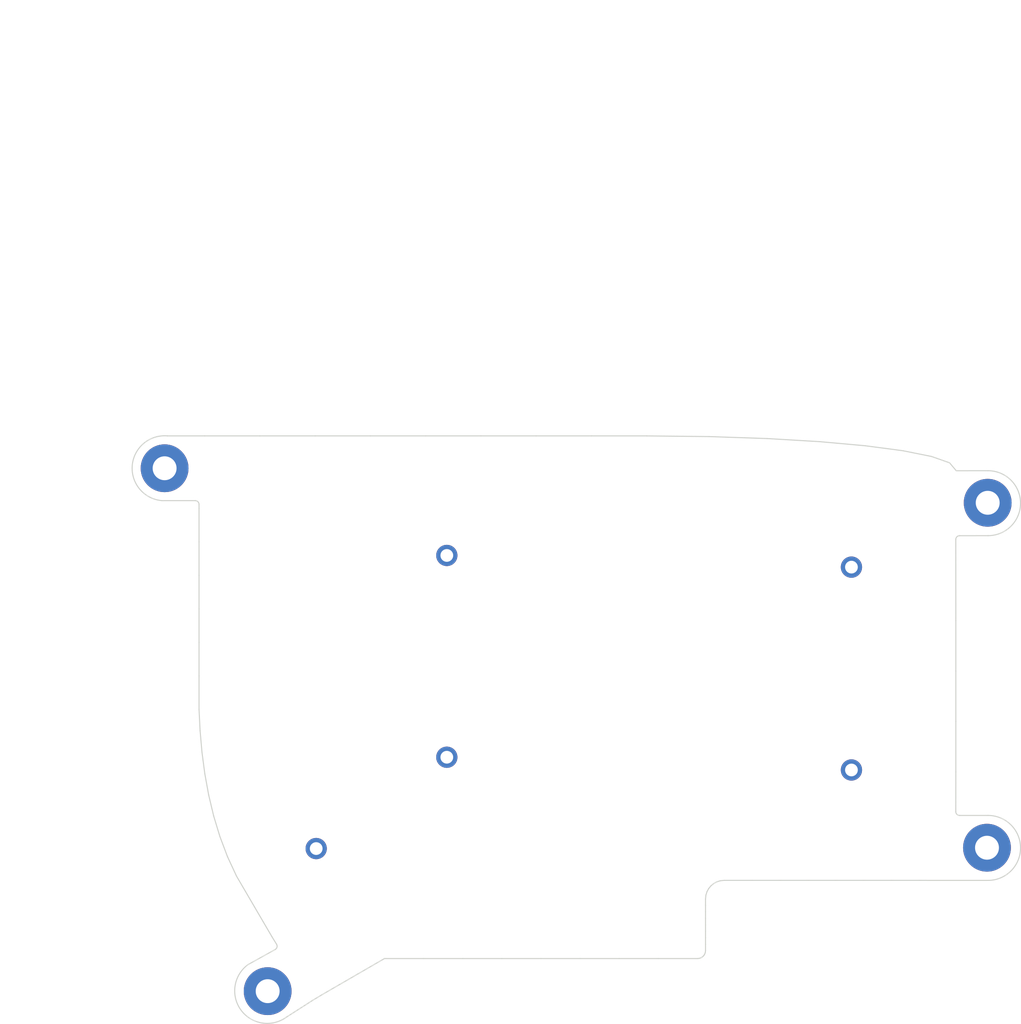
<source format=kicad_pcb>
(kicad_pcb (version 20171130) (host pcbnew "(5.1.9-0-10_14)")

  (general
    (thickness 1.6)
    (drawings 109)
    (tracks 0)
    (zones 0)
    (modules 9)
    (nets 2)
  )

  (page A4)
  (layers
    (0 F.Cu signal hide)
    (31 B.Cu signal hide)
    (32 B.Adhes user)
    (33 F.Adhes user)
    (34 B.Paste user)
    (35 F.Paste user)
    (36 B.SilkS user)
    (37 F.SilkS user)
    (38 B.Mask user)
    (39 F.Mask user)
    (40 Dwgs.User user hide)
    (41 Cmts.User user)
    (42 Eco1.User user)
    (43 Eco2.User user)
    (44 Edge.Cuts user)
    (45 Margin user)
    (46 B.CrtYd user)
    (47 F.CrtYd user)
    (48 B.Fab user)
    (49 F.Fab user hide)
  )

  (setup
    (last_trace_width 0.25)
    (user_trace_width 0.25)
    (user_trace_width 0.5)
    (trace_clearance 0.2)
    (zone_clearance 0.508)
    (zone_45_only no)
    (trace_min 0.2)
    (via_size 0.4)
    (via_drill 0.3)
    (via_min_size 0.4)
    (via_min_drill 0.3)
    (uvia_size 0.3)
    (uvia_drill 0.1)
    (uvias_allowed no)
    (uvia_min_size 0.2)
    (uvia_min_drill 0.1)
    (edge_width 0.15)
    (segment_width 0.2)
    (pcb_text_width 0.3)
    (pcb_text_size 1.5 1.5)
    (mod_edge_width 0.15)
    (mod_text_size 1 1)
    (mod_text_width 0.15)
    (pad_size 4.9 4.9)
    (pad_drill 4.7)
    (pad_to_mask_clearance 0)
    (aux_axis_origin 0 0)
    (visible_elements FFFDFFFF)
    (pcbplotparams
      (layerselection 0x010f0_ffffffff)
      (usegerberextensions true)
      (usegerberattributes false)
      (usegerberadvancedattributes false)
      (creategerberjobfile false)
      (excludeedgelayer false)
      (linewidth 0.100000)
      (plotframeref false)
      (viasonmask true)
      (mode 1)
      (useauxorigin false)
      (hpglpennumber 1)
      (hpglpenspeed 20)
      (hpglpendiameter 15.000000)
      (psnegative false)
      (psa4output false)
      (plotreference true)
      (plotvalue true)
      (plotinvisibletext false)
      (padsonsilk true)
      (subtractmaskfromsilk false)
      (outputformat 1)
      (mirror false)
      (drillshape 0)
      (scaleselection 1)
      (outputdirectory "gerber/"))
  )

  (net 0 "")
  (net 1 GND)

  (net_class Default "これは標準のネット クラスです。"
    (clearance 0.2)
    (trace_width 0.25)
    (via_dia 0.4)
    (via_drill 0.3)
    (uvia_dia 0.3)
    (uvia_drill 0.1)
  )

  (net_class GND ""
    (clearance 0.2)
    (trace_width 0.5)
    (via_dia 0.4)
    (via_drill 0.3)
    (uvia_dia 0.3)
    (uvia_drill 0.1)
  )

  (net_class VCC ""
    (clearance 0.2)
    (trace_width 0.5)
    (via_dia 0.4)
    (via_drill 0.3)
    (uvia_dia 0.3)
    (uvia_drill 0.1)
  )

  (module MountingHole:MountingHole_4.5mm_Pad_TopBottom (layer F.Cu) (tedit 56D1B4CB) (tstamp 60848C10)
    (at 231.3257 114.6421 90)
    (descr "Mounting Hole 4.5mm")
    (tags "mounting hole 4.5mm")
    (attr virtual)
    (fp_text reference T4 (at 0 -5.5 90) (layer F.SilkS) hide
      (effects (font (size 1 1) (thickness 0.15)))
    )
    (fp_text value MountingHole_4.5mm_Pad_TopBottom (at 0 5.5 90) (layer F.Fab)
      (effects (font (size 1 1) (thickness 0.15)))
    )
    (fp_circle (center 0 0) (end 4.75 0) (layer F.CrtYd) (width 0.05))
    (fp_circle (center 0 0) (end 4.5 0) (layer Cmts.User) (width 0.15))
    (fp_text user %R (at 0.3 0 90) (layer F.Fab)
      (effects (font (size 1 1) (thickness 0.15)))
    )
    (pad 1 connect circle (at 0 0 90) (size 9 9) (layers B.Cu B.Mask))
    (pad 1 connect circle (at 0 0 90) (size 9 9) (layers F.Cu F.Mask))
    (pad 1 thru_hole circle (at 0 0 90) (size 4.9 4.9) (drill 4.5) (layers *.Cu *.Mask))
  )

  (module MountingHole:MountingHole_4.5mm_Pad_TopBottom (layer F.Cu) (tedit 56D1B4CB) (tstamp 60848999)
    (at 231.4603 49.6824 90)
    (descr "Mounting Hole 4.5mm")
    (tags "mounting hole 4.5mm")
    (attr virtual)
    (fp_text reference T3 (at 0 -5.5 90) (layer F.SilkS) hide
      (effects (font (size 1 1) (thickness 0.15)))
    )
    (fp_text value MountingHole_4.5mm_Pad_TopBottom (at 0 5.5 90) (layer F.Fab)
      (effects (font (size 1 1) (thickness 0.15)))
    )
    (fp_circle (center 0 0) (end 4.75 0) (layer F.CrtYd) (width 0.05))
    (fp_circle (center 0 0) (end 4.5 0) (layer Cmts.User) (width 0.15))
    (fp_text user %R (at 0.3 0 90) (layer F.Fab)
      (effects (font (size 1 1) (thickness 0.15)))
    )
    (pad 1 connect circle (at 0 0 90) (size 9 9) (layers B.Cu B.Mask))
    (pad 1 connect circle (at 0 0 90) (size 9 9) (layers F.Cu F.Mask))
    (pad 1 thru_hole circle (at 0 0 90) (size 4.9 4.9) (drill 4.5) (layers *.Cu *.Mask))
  )

  (module MountingHole:MountingHole_4.5mm_Pad_TopBottom (layer F.Cu) (tedit 56D1B4CB) (tstamp 608480C0)
    (at 95.8596 141.6558 303)
    (descr "Mounting Hole 4.5mm")
    (tags "mounting hole 4.5mm")
    (attr virtual)
    (fp_text reference T2 (at 0 -5.5 123) (layer F.SilkS) hide
      (effects (font (size 1 1) (thickness 0.15)))
    )
    (fp_text value MountingHole_4.5mm_Pad_TopBottom (at 0 5.5 123) (layer F.Fab)
      (effects (font (size 1 1) (thickness 0.15)))
    )
    (fp_circle (center 0 0) (end 4.75 0) (layer F.CrtYd) (width 0.05))
    (fp_circle (center 0 0) (end 4.5 0) (layer Cmts.User) (width 0.15))
    (fp_text user %R (at 0.3 0 123) (layer F.Fab)
      (effects (font (size 1 1) (thickness 0.15)))
    )
    (pad 1 connect circle (at 0 0 303) (size 9 9) (layers B.Cu B.Mask))
    (pad 1 connect circle (at 0 0 303) (size 9 9) (layers F.Cu F.Mask))
    (pad 1 thru_hole circle (at 0 0 303) (size 4.9 4.9) (drill 4.5) (layers *.Cu *.Mask))
  )

  (module MountingHole:MountingHole_4.5mm_Pad_TopBottom (layer F.Cu) (tedit 56D1B4CB) (tstamp 6083D81F)
    (at 76.454 43.18 270)
    (descr "Mounting Hole 4.5mm")
    (tags "mounting hole 4.5mm")
    (attr virtual)
    (fp_text reference T1 (at 0 -5.5 90) (layer F.SilkS) hide
      (effects (font (size 1 1) (thickness 0.15)))
    )
    (fp_text value MountingHole_4.5mm_Pad_TopBottom (at 0 5.5 90) (layer F.Fab)
      (effects (font (size 1 1) (thickness 0.15)))
    )
    (fp_circle (center 0 0) (end 4.75 0) (layer F.CrtYd) (width 0.05))
    (fp_circle (center 0 0) (end 4.5 0) (layer Cmts.User) (width 0.15))
    (fp_text user %R (at 0.3 0 90) (layer F.Fab) hide
      (effects (font (size 1 1) (thickness 0.15)))
    )
    (pad 1 connect circle (at 0 0 270) (size 9 9) (layers B.Cu B.Mask))
    (pad 1 connect circle (at 0 0 270) (size 9 9) (layers F.Cu F.Mask))
    (pad 1 thru_hole circle (at 0 0 270) (size 4.9 4.9) (drill 4.5) (layers *.Cu *.Mask))
  )

  (module Lily58-footprint:M2_HOLE_PCB (layer F.Cu) (tedit 5BA4F97A) (tstamp 5B8BE94E)
    (at 129.6 59.6)
    (path /5B74DA95)
    (fp_text reference TH3 (at 0 2.7) (layer F.SilkS) hide
      (effects (font (size 1 1) (thickness 0.15)))
    )
    (fp_text value HOLE (at 0 -2.6) (layer F.Fab)
      (effects (font (size 1 1) (thickness 0.15)))
    )
    (pad "" thru_hole circle (at 0 0) (size 4 4) (drill 2.4) (layers *.Cu *.Mask))
  )

  (module Lily58-footprint:M2_HOLE_PCB (layer F.Cu) (tedit 5BA4F97A) (tstamp 5B8BE953)
    (at 205.8 61.8)
    (path /5B74D1C0)
    (fp_text reference TH4 (at 0 2.7) (layer F.SilkS) hide
      (effects (font (size 1 1) (thickness 0.15)))
    )
    (fp_text value HOLE (at 0 -2.6) (layer F.Fab)
      (effects (font (size 1 1) (thickness 0.15)))
    )
    (pad "" thru_hole circle (at 0 0) (size 4 4) (drill 2.4) (layers *.Cu *.Mask))
  )

  (module Lily58-footprint:M2_HOLE_PCB (layer F.Cu) (tedit 5BA4F97A) (tstamp 5B8BE958)
    (at 129.6 97.6)
    (path /5B74D78B)
    (fp_text reference TH5 (at 0 2.7) (layer F.SilkS) hide
      (effects (font (size 1 1) (thickness 0.15)))
    )
    (fp_text value HOLE (at 0 -2.6) (layer F.Fab)
      (effects (font (size 1 1) (thickness 0.15)))
    )
    (pad "" thru_hole circle (at 0 0) (size 4 4) (drill 2.4) (layers *.Cu *.Mask))
  )

  (module Lily58-footprint:M2_HOLE_PCB (layer F.Cu) (tedit 5BA4F97A) (tstamp 5B8BE95D)
    (at 205.8 100)
    (path /5B74D88C)
    (fp_text reference TH6 (at 0 2.7) (layer F.SilkS) hide
      (effects (font (size 1 1) (thickness 0.15)))
    )
    (fp_text value HOLE (at 0 -2.6) (layer F.Fab)
      (effects (font (size 1 1) (thickness 0.15)))
    )
    (pad "" thru_hole circle (at 0 0) (size 4 4) (drill 2.4) (layers *.Cu *.Mask))
  )

  (module Lily58-footprint:M2_HOLE_PCB (layer F.Cu) (tedit 5BA4F97A) (tstamp 5B8BE962)
    (at 105 114.8 90)
    (path /5B74D98F)
    (fp_text reference TH7 (at 0 2.7 90) (layer F.SilkS) hide
      (effects (font (size 1 1) (thickness 0.15)))
    )
    (fp_text value HOLE (at 0 -2.6 90) (layer F.Fab)
      (effects (font (size 1 1) (thickness 0.15)))
    )
    (pad "" thru_hole circle (at 0 0 90) (size 4 4) (drill 2.4) (layers *.Cu *.Mask))
  )

  (gr_arc (start 226.1616 107.852177) (end 225.45166 107.8484) (angle -90) (layer Edge.Cuts) (width 0.2) (tstamp 608612BE))
  (gr_arc (start 226.1616 56.5912) (end 226.165377 55.88126) (angle -90) (layer Edge.Cuts) (width 0.2) (tstamp 608612BE))
  (gr_arc (start 96.930302 133.190486) (end 97.282 133.8072) (angle -90) (layer Edge.Cuts) (width 0.2) (tstamp 608612BE))
  (gr_arc (start 82.22614 49.988503) (end 82.93608 49.99228) (angle -90) (layer Edge.Cuts) (width 0.2))
  (gr_arc (start 48.641 49.022) (end 39.497001 40.195501) (angle -126.0994629) (layer Dwgs.User) (width 0.15))
  (gr_arc (start 86.2965 47.244) (end 84.963001 46.672501) (angle -126.1932073) (layer Dwgs.User) (width 0.15))
  (gr_arc (start 83.5025 48.387) (end 83.629499 49.402999) (angle -42.27368901) (layer Dwgs.User) (width 0.15))
  (gr_arc (start 231.5266 114.6786) (end 231.514404 108.56279) (angle 180) (layer Edge.Cuts) (width 0.2) (tstamp 60848A24))
  (gr_arc (start 231.5266 49.7586) (end 231.514404 43.64279) (angle 180) (layer Edge.Cuts) (width 0.2) (tstamp 608488B5))
  (gr_line (start 97.547016 132.838788) (end 96.6851 131.4323) (layer Edge.Cuts) (width 0.2))
  (gr_line (start 92.1639 136.652) (end 97.282 133.8072) (layer Edge.Cuts) (width 0.2))
  (gr_line (start 99.3775 146.558) (end 104.3686 143.3576) (layer Edge.Cuts) (width 0.2))
  (gr_arc (start 95.7707 141.605) (end 99.3775 146.558) (angle 180) (layer Edge.Cuts) (width 0.2) (tstamp 6084802F))
  (gr_line (start 82.93608 49.99228) (end 82.937528 50.750629) (layer Edge.Cuts) (width 0.2) (tstamp 60847F91))
  (gr_line (start 75.946 49.276) (end 82.229917 49.278563) (layer Edge.Cuts) (width 0.2))
  (gr_line (start 83.98821 37.086762) (end 76.962 37.084) (layer Edge.Cuts) (width 0.2))
  (gr_arc (start 76.454 43.18) (end 75.946 49.276) (angle 180) (layer Edge.Cuts) (width 0.2))
  (gr_line (start 82.937528 57.057562) (end 82.937528 50.750629) (layer Edge.Cuts) (width 0.2))
  (gr_line (start 82.937528 69.671429) (end 82.937528 63.364495) (layer Edge.Cuts) (width 0.2))
  (gr_line (start 82.937528 63.364495) (end 82.937528 57.057562) (layer Edge.Cuts) (width 0.2))
  (gr_line (start 82.937528 75.978362) (end 82.937528 69.671429) (layer Edge.Cuts) (width 0.2))
  (gr_line (start 82.937528 82.285296) (end 82.937528 75.978362) (layer Edge.Cuts) (width 0.2))
  (gr_line (start 82.937528 88.592229) (end 82.937528 82.285296) (layer Edge.Cuts) (width 0.2))
  (gr_line (start 104.803877 37.086762) (end 94.396044 37.086762) (layer Edge.Cuts) (width 0.2))
  (gr_line (start 94.396044 37.086762) (end 83.98821 37.086762) (layer Edge.Cuts) (width 0.2))
  (gr_line (start 231.538796 55.87441) (end 226.165377 55.88126) (layer Edge.Cuts) (width 0.2))
  (gr_line (start 225.5393 43.6499) (end 231.514404 43.64279) (layer Edge.Cuts) (width 0.2))
  (gr_line (start 224.278471 42.15619) (end 220.889319 40.963847) (layer Edge.Cuts) (width 0.2))
  (gr_line (start 225.5393 43.6499) (end 224.278471 42.15619) (layer Edge.Cuts) (width 0.2))
  (gr_line (start 225.45166 56.587423) (end 225.46 71.881623) (layer Edge.Cuts) (width 0.2))
  (gr_line (start 227.33 38.1) (end 214.63 26.67) (layer Dwgs.User) (width 0.15))
  (gr_line (start 116.186619 136.480784) (end 117.862313 135.510645) (layer Edge.Cuts) (width 0.2))
  (gr_line (start 114.510925 137.450923) (end 116.186619 136.480784) (layer Edge.Cuts) (width 0.2))
  (gr_line (start 115.211711 37.086762) (end 104.803877 37.086762) (layer Edge.Cuts) (width 0.2))
  (gr_line (start 218.692418 120.789735) (end 231.538796 120.79441) (layer Edge.Cuts) (width 0.2))
  (gr_line (start 213.424836 120.789735) (end 218.692418 120.789735) (layer Edge.Cuts) (width 0.2))
  (gr_line (start 208.157255 120.789735) (end 213.424836 120.789735) (layer Edge.Cuts) (width 0.2))
  (gr_line (start 202.889673 120.789735) (end 208.157255 120.789735) (layer Edge.Cuts) (width 0.2))
  (gr_line (start 197.622092 120.789735) (end 202.889673 120.789735) (layer Edge.Cuts) (width 0.2))
  (gr_line (start 192.354511 120.789735) (end 197.622092 120.789735) (layer Edge.Cuts) (width 0.2))
  (gr_line (start 187.086929 120.789735) (end 192.354511 120.789735) (layer Edge.Cuts) (width 0.2))
  (gr_line (start 181.819348 120.789735) (end 187.086929 120.789735) (layer Edge.Cuts) (width 0.2))
  (gr_line (start 181.113524 120.860778) (end 181.819348 120.789735) (layer Edge.Cuts) (width 0.2))
  (gr_line (start 180.456326 121.064561) (end 181.113524 120.860778) (layer Edge.Cuts) (width 0.2))
  (gr_line (start 179.861773 121.387065) (end 180.456326 121.064561) (layer Edge.Cuts) (width 0.2))
  (gr_line (start 179.343884 121.814271) (end 179.861773 121.387065) (layer Edge.Cuts) (width 0.2))
  (gr_line (start 178.916678 122.33216) (end 179.343884 121.814271) (layer Edge.Cuts) (width 0.2))
  (gr_line (start 178.594174 122.926713) (end 178.916678 122.33216) (layer Edge.Cuts) (width 0.2))
  (gr_line (start 178.390391 123.583911) (end 178.594174 122.926713) (layer Edge.Cuts) (width 0.2))
  (gr_line (start 178.319348 124.289735) (end 178.390391 123.583911) (layer Edge.Cuts) (width 0.2))
  (gr_line (start 199.807654 38.170488) (end 189.919538 37.585374) (layer Edge.Cuts) (width 0.2))
  (gr_line (start 208.420758 38.945561) (end 199.807654 38.170488) (layer Edge.Cuts) (width 0.2))
  (gr_line (start 215.525697 39.885159) (end 208.420758 38.945561) (layer Edge.Cuts) (width 0.2))
  (gr_line (start 220.889319 40.963847) (end 215.525697 39.885159) (layer Edge.Cuts) (width 0.2))
  (gr_line (start 178.989563 37.215654) (end 167.250881 37.086762) (layer Edge.Cuts) (width 0.2))
  (gr_line (start 189.919538 37.585374) (end 178.989563 37.215654) (layer Edge.Cuts) (width 0.2))
  (gr_line (start 177.658308 135.25566) (end 177.4035 135.393876) (layer Edge.Cuts) (width 0.2))
  (gr_line (start 177.880261 135.072571) (end 177.658308 135.25566) (layer Edge.Cuts) (width 0.2))
  (gr_line (start 178.063349 134.850619) (end 177.880261 135.072571) (layer Edge.Cuts) (width 0.2))
  (gr_line (start 178.201565 134.59581) (end 178.063349 134.850619) (layer Edge.Cuts) (width 0.2))
  (gr_line (start 178.288901 134.314154) (end 178.201565 134.59581) (layer Edge.Cuts) (width 0.2))
  (gr_line (start 178.319348 134.011658) (end 178.288901 134.314154) (layer Edge.Cuts) (width 0.2))
  (gr_line (start 125.619545 37.086762) (end 115.211711 37.086762) (layer Edge.Cuts) (width 0.2))
  (gr_line (start 136.027379 37.086762) (end 125.619545 37.086762) (layer Edge.Cuts) (width 0.2))
  (gr_line (start 146.435213 37.086762) (end 136.027379 37.086762) (layer Edge.Cuts) (width 0.2))
  (gr_line (start 156.843047 37.086762) (end 146.435213 37.086762) (layer Edge.Cuts) (width 0.2))
  (gr_line (start 167.250881 37.086762) (end 156.843047 37.086762) (layer Edge.Cuts) (width 0.2))
  (gr_line (start 88.291758 116.318073) (end 89.993333 119.98954) (layer Edge.Cuts) (width 0.2))
  (gr_line (start 86.863105 112.53067) (end 88.291758 116.318073) (layer Edge.Cuts) (width 0.2))
  (gr_line (start 85.688004 108.649127) (end 86.863105 112.53067) (layer Edge.Cuts) (width 0.2))
  (gr_line (start 84.747083 104.695246) (end 85.688004 108.649127) (layer Edge.Cuts) (width 0.2))
  (gr_line (start 84.020972 100.690825) (end 84.747083 104.695246) (layer Edge.Cuts) (width 0.2))
  (gr_line (start 83.490297 96.657663) (end 84.020972 100.690825) (layer Edge.Cuts) (width 0.2))
  (gr_line (start 83.13569 92.617561) (end 83.490297 96.657663) (layer Edge.Cuts) (width 0.2))
  (gr_line (start 82.937777 88.592317) (end 83.13569 92.617561) (layer Edge.Cuts) (width 0.2))
  (gr_line (start 112.83523 138.421062) (end 114.510925 137.450923) (layer Edge.Cuts) (width 0.2))
  (gr_line (start 111.159536 139.391201) (end 112.83523 138.421062) (layer Edge.Cuts) (width 0.2))
  (gr_line (start 109.483841 140.36134) (end 111.159536 139.391201) (layer Edge.Cuts) (width 0.2))
  (gr_line (start 107.808147 141.331479) (end 109.483841 140.36134) (layer Edge.Cuts) (width 0.2))
  (gr_line (start 106.132452 142.301617) (end 107.808147 141.331479) (layer Edge.Cuts) (width 0.2))
  (gr_line (start 104.3686 143.3576) (end 106.132452 142.301617) (layer Edge.Cuts) (width 0.2))
  (gr_line (start 95.019952 128.587381) (end 96.6851 131.4323) (layer Edge.Cuts) (width 0.2))
  (gr_line (start 93.344258 125.721062) (end 95.019952 128.587381) (layer Edge.Cuts) (width 0.2))
  (gr_line (start 91.668563 122.854742) (end 93.344258 125.721062) (layer Edge.Cuts) (width 0.2))
  (gr_line (start 89.992869 119.988423) (end 91.668563 122.854742) (layer Edge.Cuts) (width 0.2))
  (gr_line (start 169.449826 135.511658) (end 176.819348 135.511658) (layer Edge.Cuts) (width 0.2))
  (gr_line (start 162.080304 135.511658) (end 169.449826 135.511658) (layer Edge.Cuts) (width 0.2))
  (gr_line (start 154.710782 135.511658) (end 162.080304 135.511658) (layer Edge.Cuts) (width 0.2))
  (gr_line (start 147.34126 135.511658) (end 154.710782 135.511658) (layer Edge.Cuts) (width 0.2))
  (gr_line (start 139.971738 135.511658) (end 147.34126 135.511658) (layer Edge.Cuts) (width 0.2))
  (gr_line (start 132.602217 135.511658) (end 139.971738 135.511658) (layer Edge.Cuts) (width 0.2))
  (gr_line (start 125.232695 135.511658) (end 132.602217 135.511658) (layer Edge.Cuts) (width 0.2))
  (gr_line (start 117.863173 135.511658) (end 125.232695 135.511658) (layer Edge.Cuts) (width 0.2))
  (gr_line (start 178.319348 132.816013) (end 178.319348 134.011658) (layer Edge.Cuts) (width 0.2))
  (gr_line (start 178.319348 131.597973) (end 178.319348 132.816013) (layer Edge.Cuts) (width 0.2))
  (gr_line (start 178.319348 130.379933) (end 178.319348 131.597973) (layer Edge.Cuts) (width 0.2))
  (gr_line (start 178.319348 129.161894) (end 178.319348 130.379933) (layer Edge.Cuts) (width 0.2))
  (gr_line (start 178.319348 127.943854) (end 178.319348 129.161894) (layer Edge.Cuts) (width 0.2))
  (gr_line (start 178.319348 126.725814) (end 178.319348 127.943854) (layer Edge.Cuts) (width 0.2))
  (gr_line (start 178.319348 125.507775) (end 178.319348 126.725814) (layer Edge.Cuts) (width 0.2))
  (gr_line (start 178.319348 124.289735) (end 178.319348 125.507775) (layer Edge.Cuts) (width 0.2))
  (gr_line (start 177.121844 135.481211) (end 176.819348 135.511658) (layer Edge.Cuts) (width 0.2))
  (gr_line (start 177.4035 135.393876) (end 177.121844 135.481211) (layer Edge.Cuts) (width 0.2))
  (gr_line (start 226.157823 108.562117) (end 231.514404 108.56279) (layer Edge.Cuts) (width 0.2))
  (gr_line (start 225.46 100.32649) (end 225.45166 107.8484) (layer Edge.Cuts) (width 0.2))
  (gr_line (start 225.46 90.844867) (end 225.46 100.32649) (layer Edge.Cuts) (width 0.2))
  (gr_line (start 225.46 81.363245) (end 225.46 90.844867) (layer Edge.Cuts) (width 0.2))
  (gr_line (start 225.46 71.881623) (end 225.46 81.363245) (layer Edge.Cuts) (width 0.2))
  (gr_line (start 45.503294 -44.952764) (end 45.503294 -44.952764) (layer Eco2.User) (width 0.1))

  (zone (net 1) (net_name GND) (layer F.Cu) (tstamp 60861512) (hatch edge 0.508)
    (connect_pads (clearance 0.508))
    (min_thickness 0.254)
    (fill yes (arc_segments 16) (thermal_gap 0.508) (thermal_bridge_width 0.508))
    (polygon
      (pts
        (xy 82.804 49.022) (xy 69.342 49.022) (xy 69.342 36.83) (xy 226 37) (xy 226.0219 43.7007)
        (xy 237.6297 43.709743) (xy 237.6551 55.8165) (xy 225.9711 55.8927) (xy 225.9965 108.5723) (xy 237.7948 108.5723)
        (xy 237.8456 120.9929) (xy 180 121) (xy 180 136) (xy 118 136) (xy 104 144)
        (xy 99.1108 146.7866) (xy 97.3582 147.5105) (xy 96.0247 147.7137) (xy 94.7293 147.6248) (xy 93.2561 147.1422)
        (xy 91.9353 146.3675) (xy 90.8431 145.2499) (xy 90.0811 143.8656) (xy 89.7001 142.1511) (xy 89.7382 140.4747)
        (xy 90.3224 138.7094) (xy 92.1766 136.6393) (xy 97.8535 133.4389) (xy 90 120) (xy 83.82 102.87)
      )
    )
  )
  (zone (net 1) (net_name GND) (layer B.Cu) (tstamp 6086150F) (hatch edge 0.508)
    (connect_pads (clearance 0.508))
    (min_thickness 0.254)
    (fill yes (arc_segments 16) (thermal_gap 0.508) (thermal_bridge_width 0.508))
    (polygon
      (pts
        (xy 82.804 49.022) (xy 69.342 49.022) (xy 69.342 36.83) (xy 83 37) (xy 226 37)
        (xy 226.0473 43.6499) (xy 237.617 43.7261) (xy 237.6678 55.8165) (xy 225.9711 55.9308) (xy 226.0092 108.5596)
        (xy 237.7821 108.6104) (xy 237.871 121.0056) (xy 226 121) (xy 180 121) (xy 180 136)
        (xy 118 136) (xy 104 144) (xy 98.3615 147.3073) (xy 95.3516 147.8407) (xy 92.4179 146.9263)
        (xy 90.2843 144.5641) (xy 89.5477 141.4145) (xy 90.2843 138.4808) (xy 92.075 136.6901) (xy 97.8154 133.4643)
        (xy 90 120) (xy 83 103)
      )
    )
  )
)

</source>
